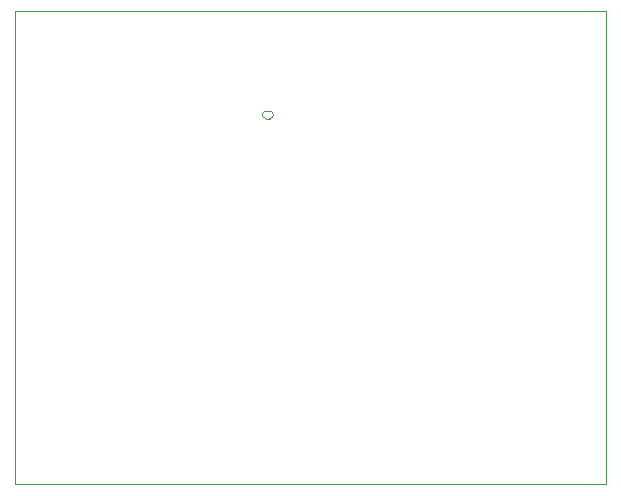
<source format=gm1>
G04 #@! TF.GenerationSoftware,KiCad,Pcbnew,(5.1.10)-1*
G04 #@! TF.CreationDate,2021-07-28T20:54:02-07:00*
G04 #@! TF.ProjectId,twokey,74776f6b-6579-42e6-9b69-6361645f7063,rev?*
G04 #@! TF.SameCoordinates,Original*
G04 #@! TF.FileFunction,Profile,NP*
%FSLAX46Y46*%
G04 Gerber Fmt 4.6, Leading zero omitted, Abs format (unit mm)*
G04 Created by KiCad (PCBNEW (5.1.10)-1) date 2021-07-28 20:54:02*
%MOMM*%
%LPD*%
G01*
G04 APERTURE LIST*
G04 #@! TA.AperFunction,Profile*
%ADD10C,0.050000*%
G04 #@! TD*
G04 #@! TA.AperFunction,Profile*
%ADD11C,0.100000*%
G04 #@! TD*
G04 APERTURE END LIST*
D10*
X25000000Y20000000D02*
X-25000000Y20000000D01*
X25000000Y-20000000D02*
X25000000Y20000000D01*
X-25000000Y-20000000D02*
X25000000Y-20000000D01*
X-25000000Y20000000D02*
X-25000000Y-20000000D01*
D11*
X-3450000Y11575000D02*
G75*
G02*
X-3450000Y10925000I0J-325000D01*
G01*
X-3750000Y10925000D02*
G75*
G02*
X-3750000Y11575000I0J325000D01*
G01*
X-3750000Y11575000D02*
X-3450000Y11575000D01*
X-3450000Y10925000D02*
X-3750000Y10925000D01*
M02*

</source>
